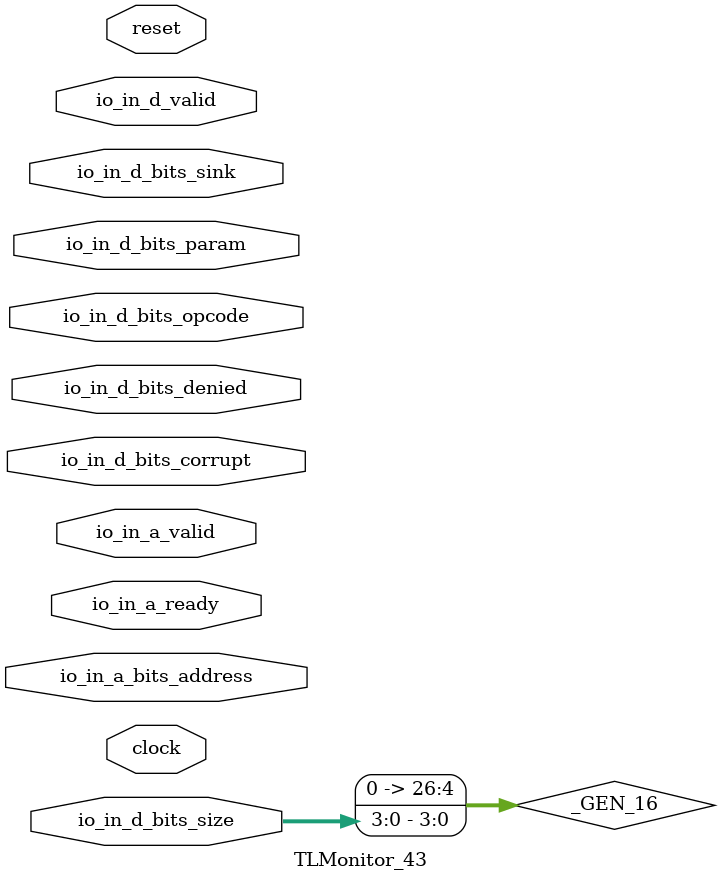
<source format=sv>

`ifndef PRINTF_COND_
  `ifdef PRINTF_COND
    `define PRINTF_COND_ (`PRINTF_COND)
  `else  // PRINTF_COND
    `define PRINTF_COND_ 1
  `endif // PRINTF_COND
`endif // not def PRINTF_COND_

// Users can define 'ASSERT_VERBOSE_COND' to add an extra gate to assert error printing.
`ifndef ASSERT_VERBOSE_COND_
  `ifdef ASSERT_VERBOSE_COND
    `define ASSERT_VERBOSE_COND_ (`ASSERT_VERBOSE_COND)
  `else  // ASSERT_VERBOSE_COND
    `define ASSERT_VERBOSE_COND_ 1
  `endif // ASSERT_VERBOSE_COND
`endif // not def ASSERT_VERBOSE_COND_

// Users can define 'STOP_COND' to add an extra gate to stop conditions.
`ifndef STOP_COND_
  `ifdef STOP_COND
    `define STOP_COND_ (`STOP_COND)
  `else  // STOP_COND
    `define STOP_COND_ 1
  `endif // STOP_COND
`endif // not def STOP_COND_

module TLMonitor_43(
  input        clock,
               reset,
               io_in_a_ready,
               io_in_a_valid,
  input [32:0] io_in_a_bits_address,
  input        io_in_d_valid,
  input [2:0]  io_in_d_bits_opcode,
  input [1:0]  io_in_d_bits_param,
  input [3:0]  io_in_d_bits_size,
  input [2:0]  io_in_d_bits_sink,
  input        io_in_d_bits_denied,
               io_in_d_bits_corrupt
);

  wire [31:0] _plusarg_reader_1_out;
  wire [31:0] _plusarg_reader_out;
  wire        _a_first_T_1 = io_in_a_ready & io_in_a_valid;
  reg  [7:0]  a_first_counter;
  reg  [32:0] address;
  reg  [7:0]  d_first_counter;
  reg  [2:0]  opcode_1;
  reg  [1:0]  param_1;
  reg  [3:0]  size_1;
  reg  [2:0]  sink;
  reg         denied;
  reg         inflight;
  reg  [3:0]  inflight_opcodes;
  reg  [7:0]  inflight_sizes;
  reg  [7:0]  a_first_counter_1;
  wire        a_first_1 = a_first_counter_1 == 8'h0;
  reg  [7:0]  d_first_counter_1;
  wire        d_first_1 = d_first_counter_1 == 8'h0;
  wire        a_set = _a_first_T_1 & a_first_1;
  wire        d_release_ack = io_in_d_bits_opcode == 3'h6;
  wire        _GEN = io_in_d_valid & d_first_1;
  wire        d_clr_wo_ready = _GEN & ~d_release_ack;
  reg  [2:0]  casez_tmp;
  always @(*) begin
    casez (inflight_opcodes[3:1])
      3'b000:
        casez_tmp = 3'h0;
      3'b001:
        casez_tmp = 3'h0;
      3'b010:
        casez_tmp = 3'h1;
      3'b011:
        casez_tmp = 3'h1;
      3'b100:
        casez_tmp = 3'h1;
      3'b101:
        casez_tmp = 3'h2;
      3'b110:
        casez_tmp = 3'h4;
      default:
        casez_tmp = 3'h4;
    endcase
  end // always @(*)
  reg  [2:0]  casez_tmp_0;
  always @(*) begin
    casez (inflight_opcodes[3:1])
      3'b000:
        casez_tmp_0 = 3'h0;
      3'b001:
        casez_tmp_0 = 3'h0;
      3'b010:
        casez_tmp_0 = 3'h1;
      3'b011:
        casez_tmp_0 = 3'h1;
      3'b100:
        casez_tmp_0 = 3'h1;
      3'b101:
        casez_tmp_0 = 3'h2;
      3'b110:
        casez_tmp_0 = 3'h5;
      default:
        casez_tmp_0 = 3'h4;
    endcase
  end // always @(*)
  reg  [31:0] watchdog;
  reg         inflight_1;
  reg  [7:0]  inflight_sizes_1;
  reg  [7:0]  d_first_counter_2;
  wire        d_first_2 = d_first_counter_2 == 8'h0;
  wire        d_clr_1 = io_in_d_valid & d_first_2 & d_release_ack;
  reg  [31:0] watchdog_1;
  `ifndef SYNTHESIS
    wire       _GEN_0 = io_in_a_valid & ~reset;
    wire       _GEN_1 = io_in_d_valid & io_in_d_bits_opcode == 3'h6 & ~reset;
    wire       _GEN_2 = io_in_d_bits_size[3:2] == 2'h0;
    wire       _GEN_3 = io_in_d_valid & io_in_d_bits_opcode == 3'h4 & ~reset;
    wire       _GEN_4 = io_in_d_bits_param == 2'h2;
    wire       _GEN_5 = io_in_d_valid & io_in_d_bits_opcode == 3'h5 & ~reset;
    wire       _GEN_6 = ~io_in_d_bits_denied | io_in_d_bits_corrupt;
    wire       _GEN_7 = io_in_d_valid & io_in_d_bits_opcode == 3'h0 & ~reset;
    wire       _GEN_8 = io_in_d_bits_opcode == 3'h1;
    wire       _GEN_9 = io_in_d_valid & _GEN_8 & ~reset;
    wire       _GEN_10 = io_in_d_valid & io_in_d_bits_opcode == 3'h2 & ~reset;
    wire       _GEN_11 = io_in_d_valid & (|d_first_counter) & ~reset;
    wire       a_set_wo_ready = io_in_a_valid & a_first_1;
    wire       _GEN_12 = d_clr_wo_ready & a_set_wo_ready & ~reset;
    wire       _GEN_13 = d_clr_wo_ready & ~a_set_wo_ready & ~reset;
    wire [7:0] _GEN_14 = {4'h0, io_in_d_bits_size};
    wire       _GEN_15 = d_clr_1 & ~reset;
    always @(posedge clock) begin
      if (_GEN_0 & ~({io_in_a_bits_address[32:14], ~(io_in_a_bits_address[13:12])} == 21'h0 | io_in_a_bits_address[32:13] == 20'h0 | {io_in_a_bits_address[32:17], ~(io_in_a_bits_address[16])} == 17'h0 | {io_in_a_bits_address[32:21], io_in_a_bits_address[20:18] ^ 3'h4, io_in_a_bits_address[15:12]} == 19'h0 | {io_in_a_bits_address[32:21], io_in_a_bits_address[20:12] ^ 9'h140} == 21'h0 | {io_in_a_bits_address[32:26], io_in_a_bits_address[25:16] ^ 10'h200} == 17'h0 | {io_in_a_bits_address[32:26], io_in_a_bits_address[25:12] ^ 14'h2010} == 21'h0 | {io_in_a_bits_address[32:28], io_in_a_bits_address[27:16] ^ 12'h800} == 17'h0 | {io_in_a_bits_address[32:28], ~(io_in_a_bits_address[27:26])} == 7'h0 | {io_in_a_bits_address[32:29], io_in_a_bits_address[28:12] ^ 17'h10020} == 21'h0 | {io_in_a_bits_address[32], ~(io_in_a_bits_address[31])} == 2'h0 | io_in_a_bits_address[32:31] == 2'h2)) begin
        if (`ASSERT_VERBOSE_COND_)
          $error("Assertion failed: 'A' channel carries Get type which slave claims it can't support (connected at generators/boom/src/main/scala/common/tile.scala:138:71)\n    at Monitor.scala:42 assert(cond, message)\n");
        if (`STOP_COND_)
          $fatal;
      end
      if (_GEN_0 & (|(io_in_a_bits_address[5:0]))) begin
        if (`ASSERT_VERBOSE_COND_)
          $error("Assertion failed: 'A' channel Get address not aligned to size (connected at generators/boom/src/main/scala/common/tile.scala:138:71)\n    at Monitor.scala:42 assert(cond, message)\n");
        if (`STOP_COND_)
          $fatal;
      end
      if (io_in_d_valid & ~reset & (&io_in_d_bits_opcode)) begin
        if (`ASSERT_VERBOSE_COND_)
          $error("Assertion failed: 'D' channel has invalid opcode (connected at generators/boom/src/main/scala/common/tile.scala:138:71)\n    at Monitor.scala:49 assert(cond, message)\n");
        if (`STOP_COND_)
          $fatal;
      end
      if (_GEN_1 & _GEN_2) begin
        if (`ASSERT_VERBOSE_COND_)
          $error("Assertion failed: 'D' channel ReleaseAck smaller than a beat (connected at generators/boom/src/main/scala/common/tile.scala:138:71)\n    at Monitor.scala:49 assert(cond, message)\n");
        if (`STOP_COND_)
          $fatal;
      end
      if (_GEN_1 & (|io_in_d_bits_param)) begin
        if (`ASSERT_VERBOSE_COND_)
          $error("Assertion failed: 'D' channel ReleaseeAck carries invalid param (connected at generators/boom/src/main/scala/common/tile.scala:138:71)\n    at Monitor.scala:49 assert(cond, message)\n");
        if (`STOP_COND_)
          $fatal;
      end
      if (_GEN_1 & io_in_d_bits_corrupt) begin
        if (`ASSERT_VERBOSE_COND_)
          $error("Assertion failed: 'D' channel ReleaseAck is corrupt (connected at generators/boom/src/main/scala/common/tile.scala:138:71)\n    at Monitor.scala:49 assert(cond, message)\n");
        if (`STOP_COND_)
          $fatal;
      end
      if (_GEN_1 & io_in_d_bits_denied) begin
        if (`ASSERT_VERBOSE_COND_)
          $error("Assertion failed: 'D' channel ReleaseAck is denied (connected at generators/boom/src/main/scala/common/tile.scala:138:71)\n    at Monitor.scala:49 assert(cond, message)\n");
        if (`STOP_COND_)
          $fatal;
      end
      if (_GEN_3 & _GEN_2) begin
        if (`ASSERT_VERBOSE_COND_)
          $error("Assertion failed: 'D' channel Grant smaller than a beat (connected at generators/boom/src/main/scala/common/tile.scala:138:71)\n    at Monitor.scala:49 assert(cond, message)\n");
        if (`STOP_COND_)
          $fatal;
      end
      if (_GEN_3 & (&io_in_d_bits_param)) begin
        if (`ASSERT_VERBOSE_COND_)
          $error("Assertion failed: 'D' channel Grant carries invalid cap param (connected at generators/boom/src/main/scala/common/tile.scala:138:71)\n    at Monitor.scala:49 assert(cond, message)\n");
        if (`STOP_COND_)
          $fatal;
      end
      if (_GEN_3 & _GEN_4) begin
        if (`ASSERT_VERBOSE_COND_)
          $error("Assertion failed: 'D' channel Grant carries toN param (connected at generators/boom/src/main/scala/common/tile.scala:138:71)\n    at Monitor.scala:49 assert(cond, message)\n");
        if (`STOP_COND_)
          $fatal;
      end
      if (_GEN_3 & io_in_d_bits_corrupt) begin
        if (`ASSERT_VERBOSE_COND_)
          $error("Assertion failed: 'D' channel Grant is corrupt (connected at generators/boom/src/main/scala/common/tile.scala:138:71)\n    at Monitor.scala:49 assert(cond, message)\n");
        if (`STOP_COND_)
          $fatal;
      end
      if (_GEN_5 & _GEN_2) begin
        if (`ASSERT_VERBOSE_COND_)
          $error("Assertion failed: 'D' channel GrantData smaller than a beat (connected at generators/boom/src/main/scala/common/tile.scala:138:71)\n    at Monitor.scala:49 assert(cond, message)\n");
        if (`STOP_COND_)
          $fatal;
      end
      if (_GEN_5 & (&io_in_d_bits_param)) begin
        if (`ASSERT_VERBOSE_COND_)
          $error("Assertion failed: 'D' channel GrantData carries invalid cap param (connected at generators/boom/src/main/scala/common/tile.scala:138:71)\n    at Monitor.scala:49 assert(cond, message)\n");
        if (`STOP_COND_)
          $fatal;
      end
      if (_GEN_5 & _GEN_4) begin
        if (`ASSERT_VERBOSE_COND_)
          $error("Assertion failed: 'D' channel GrantData carries toN param (connected at generators/boom/src/main/scala/common/tile.scala:138:71)\n    at Monitor.scala:49 assert(cond, message)\n");
        if (`STOP_COND_)
          $fatal;
      end
      if (_GEN_5 & ~_GEN_6) begin
        if (`ASSERT_VERBOSE_COND_)
          $error("Assertion failed: 'D' channel GrantData is denied but not corrupt (connected at generators/boom/src/main/scala/common/tile.scala:138:71)\n    at Monitor.scala:49 assert(cond, message)\n");
        if (`STOP_COND_)
          $fatal;
      end
      if (_GEN_7 & (|io_in_d_bits_param)) begin
        if (`ASSERT_VERBOSE_COND_)
          $error("Assertion failed: 'D' channel AccessAck carries invalid param (connected at generators/boom/src/main/scala/common/tile.scala:138:71)\n    at Monitor.scala:49 assert(cond, message)\n");
        if (`STOP_COND_)
          $fatal;
      end
      if (_GEN_7 & io_in_d_bits_corrupt) begin
        if (`ASSERT_VERBOSE_COND_)
          $error("Assertion failed: 'D' channel AccessAck is corrupt (connected at generators/boom/src/main/scala/common/tile.scala:138:71)\n    at Monitor.scala:49 assert(cond, message)\n");
        if (`STOP_COND_)
          $fatal;
      end
      if (_GEN_9 & (|io_in_d_bits_param)) begin
        if (`ASSERT_VERBOSE_COND_)
          $error("Assertion failed: 'D' channel AccessAckData carries invalid param (connected at generators/boom/src/main/scala/common/tile.scala:138:71)\n    at Monitor.scala:49 assert(cond, message)\n");
        if (`STOP_COND_)
          $fatal;
      end
      if (_GEN_9 & ~_GEN_6) begin
        if (`ASSERT_VERBOSE_COND_)
          $error("Assertion failed: 'D' channel AccessAckData is denied but not corrupt (connected at generators/boom/src/main/scala/common/tile.scala:138:71)\n    at Monitor.scala:49 assert(cond, message)\n");
        if (`STOP_COND_)
          $fatal;
      end
      if (_GEN_10 & (|io_in_d_bits_param)) begin
        if (`ASSERT_VERBOSE_COND_)
          $error("Assertion failed: 'D' channel HintAck carries invalid param (connected at generators/boom/src/main/scala/common/tile.scala:138:71)\n    at Monitor.scala:49 assert(cond, message)\n");
        if (`STOP_COND_)
          $fatal;
      end
      if (_GEN_10 & io_in_d_bits_corrupt) begin
        if (`ASSERT_VERBOSE_COND_)
          $error("Assertion failed: 'D' channel HintAck is corrupt (connected at generators/boom/src/main/scala/common/tile.scala:138:71)\n    at Monitor.scala:49 assert(cond, message)\n");
        if (`STOP_COND_)
          $fatal;
      end
      if (io_in_a_valid & (|a_first_counter) & ~reset & io_in_a_bits_address != address) begin
        if (`ASSERT_VERBOSE_COND_)
          $error("Assertion failed: 'A' channel address changed with multibeat operation (connected at generators/boom/src/main/scala/common/tile.scala:138:71)\n    at Monitor.scala:42 assert(cond, message)\n");
        if (`STOP_COND_)
          $fatal;
      end
      if (_GEN_11 & io_in_d_bits_opcode != opcode_1) begin
        if (`ASSERT_VERBOSE_COND_)
          $error("Assertion failed: 'D' channel opcode changed within multibeat operation (connected at generators/boom/src/main/scala/common/tile.scala:138:71)\n    at Monitor.scala:49 assert(cond, message)\n");
        if (`STOP_COND_)
          $fatal;
      end
      if (_GEN_11 & io_in_d_bits_param != param_1) begin
        if (`ASSERT_VERBOSE_COND_)
          $error("Assertion failed: 'D' channel param changed within multibeat operation (connected at generators/boom/src/main/scala/common/tile.scala:138:71)\n    at Monitor.scala:49 assert(cond, message)\n");
        if (`STOP_COND_)
          $fatal;
      end
      if (_GEN_11 & io_in_d_bits_size != size_1) begin
        if (`ASSERT_VERBOSE_COND_)
          $error("Assertion failed: 'D' channel size changed within multibeat operation (connected at generators/boom/src/main/scala/common/tile.scala:138:71)\n    at Monitor.scala:49 assert(cond, message)\n");
        if (`STOP_COND_)
          $fatal;
      end
      if (_GEN_11 & io_in_d_bits_sink != sink) begin
        if (`ASSERT_VERBOSE_COND_)
          $error("Assertion failed: 'D' channel sink changed with multibeat operation (connected at generators/boom/src/main/scala/common/tile.scala:138:71)\n    at Monitor.scala:49 assert(cond, message)\n");
        if (`STOP_COND_)
          $fatal;
      end
      if (_GEN_11 & io_in_d_bits_denied != denied) begin
        if (`ASSERT_VERBOSE_COND_)
          $error("Assertion failed: 'D' channel denied changed with multibeat operation (connected at generators/boom/src/main/scala/common/tile.scala:138:71)\n    at Monitor.scala:49 assert(cond, message)\n");
        if (`STOP_COND_)
          $fatal;
      end
      if (a_set & ~reset & inflight) begin
        if (`ASSERT_VERBOSE_COND_)
          $error("Assertion failed: 'A' channel re-used a source ID (connected at generators/boom/src/main/scala/common/tile.scala:138:71)\n    at Monitor.scala:42 assert(cond, message)\n");
        if (`STOP_COND_)
          $fatal;
      end
      if (d_clr_wo_ready & ~reset & ~(inflight | a_set_wo_ready)) begin
        if (`ASSERT_VERBOSE_COND_)
          $error("Assertion failed: 'D' channel acknowledged for nothing inflight (connected at generators/boom/src/main/scala/common/tile.scala:138:71)\n    at Monitor.scala:49 assert(cond, message)\n");
        if (`STOP_COND_)
          $fatal;
      end
      if (_GEN_12 & ~_GEN_8) begin
        if (`ASSERT_VERBOSE_COND_)
          $error("Assertion failed: 'D' channel contains improper opcode response (connected at generators/boom/src/main/scala/common/tile.scala:138:71)\n    at Monitor.scala:49 assert(cond, message)\n");
        if (`STOP_COND_)
          $fatal;
      end
      if (_GEN_12 & io_in_d_bits_size != 4'h6) begin
        if (`ASSERT_VERBOSE_COND_)
          $error("Assertion failed: 'D' channel contains improper response size (connected at generators/boom/src/main/scala/common/tile.scala:138:71)\n    at Monitor.scala:49 assert(cond, message)\n");
        if (`STOP_COND_)
          $fatal;
      end
      if (_GEN_13 & ~(io_in_d_bits_opcode == casez_tmp | io_in_d_bits_opcode == casez_tmp_0)) begin
        if (`ASSERT_VERBOSE_COND_)
          $error("Assertion failed: 'D' channel contains improper opcode response (connected at generators/boom/src/main/scala/common/tile.scala:138:71)\n    at Monitor.scala:49 assert(cond, message)\n");
        if (`STOP_COND_)
          $fatal;
      end
      if (_GEN_13 & _GEN_14 != {1'h0, inflight_sizes[7:1]}) begin
        if (`ASSERT_VERBOSE_COND_)
          $error("Assertion failed: 'D' channel contains improper response size (connected at generators/boom/src/main/scala/common/tile.scala:138:71)\n    at Monitor.scala:49 assert(cond, message)\n");
        if (`STOP_COND_)
          $fatal;
      end
      if (_GEN & a_first_1 & io_in_a_valid & ~d_release_ack & ~reset & ~io_in_a_ready) begin
        if (`ASSERT_VERBOSE_COND_)
          $error("Assertion failed: ready check\n    at Monitor.scala:49 assert(cond, message)\n");
        if (`STOP_COND_)
          $fatal;
      end
      if (~reset & ~(a_set_wo_ready != d_clr_wo_ready | ~a_set_wo_ready)) begin
        if (`ASSERT_VERBOSE_COND_)
          $error("Assertion failed: 'A' and 'D' concurrent, despite minlatency 4 (connected at generators/boom/src/main/scala/common/tile.scala:138:71)\n    at Monitor.scala:49 assert(cond, message)\n");
        if (`STOP_COND_)
          $fatal;
      end
      if (~reset & ~(~inflight | _plusarg_reader_out == 32'h0 | watchdog < _plusarg_reader_out)) begin
        if (`ASSERT_VERBOSE_COND_)
          $error("Assertion failed: TileLink timeout expired (connected at generators/boom/src/main/scala/common/tile.scala:138:71)\n    at Monitor.scala:42 assert(cond, message)\n");
        if (`STOP_COND_)
          $fatal;
      end
      if (_GEN_15 & ~inflight_1) begin
        if (`ASSERT_VERBOSE_COND_)
          $error("Assertion failed: 'D' channel acknowledged for nothing inflight (connected at generators/boom/src/main/scala/common/tile.scala:138:71)\n    at Monitor.scala:49 assert(cond, message)\n");
        if (`STOP_COND_)
          $fatal;
      end
      if (_GEN_15 & _GEN_14 != {1'h0, inflight_sizes_1[7:1]}) begin
        if (`ASSERT_VERBOSE_COND_)
          $error("Assertion failed: 'D' channel contains improper response size (connected at generators/boom/src/main/scala/common/tile.scala:138:71)\n    at Monitor.scala:49 assert(cond, message)\n");
        if (`STOP_COND_)
          $fatal;
      end
      if (~reset & ~(~inflight_1 | _plusarg_reader_1_out == 32'h0 | watchdog_1 < _plusarg_reader_1_out)) begin
        if (`ASSERT_VERBOSE_COND_)
          $error("Assertion failed: TileLink timeout expired (connected at generators/boom/src/main/scala/common/tile.scala:138:71)\n    at Monitor.scala:42 assert(cond, message)\n");
        if (`STOP_COND_)
          $fatal;
      end
    end // always @(posedge)
  `endif // not def SYNTHESIS
  wire [26:0] _GEN_16 = {23'h0, io_in_d_bits_size};
  wire [26:0] _d_first_beats1_decode_T_1 = 27'hFFF << _GEN_16;
  wire [26:0] _d_first_beats1_decode_T_5 = 27'hFFF << _GEN_16;
  wire [26:0] _d_first_beats1_decode_T_9 = 27'hFFF << _GEN_16;
  always @(posedge clock) begin
    if (reset) begin
      a_first_counter <= 8'h0;
      d_first_counter <= 8'h0;
      inflight <= 1'h0;
      inflight_opcodes <= 4'h0;
      inflight_sizes <= 8'h0;
      a_first_counter_1 <= 8'h0;
      d_first_counter_1 <= 8'h0;
      watchdog <= 32'h0;
      inflight_1 <= 1'h0;
      inflight_sizes_1 <= 8'h0;
      d_first_counter_2 <= 8'h0;
      watchdog_1 <= 32'h0;
    end
    else begin
      if (_a_first_T_1) begin
        if (|a_first_counter)
          a_first_counter <= a_first_counter - 8'h1;
        else
          a_first_counter <= 8'h0;
        if (a_first_1)
          a_first_counter_1 <= 8'h0;
        else
          a_first_counter_1 <= a_first_counter_1 - 8'h1;
      end
      if (io_in_d_valid) begin
        if (|d_first_counter)
          d_first_counter <= d_first_counter - 8'h1;
        else
          d_first_counter <= io_in_d_bits_opcode[0] ? ~(_d_first_beats1_decode_T_1[11:4]) : 8'h0;
        if (d_first_1)
          d_first_counter_1 <= io_in_d_bits_opcode[0] ? ~(_d_first_beats1_decode_T_5[11:4]) : 8'h0;
        else
          d_first_counter_1 <= d_first_counter_1 - 8'h1;
        if (d_first_2)
          d_first_counter_2 <= io_in_d_bits_opcode[0] ? ~(_d_first_beats1_decode_T_9[11:4]) : 8'h0;
        else
          d_first_counter_2 <= d_first_counter_2 - 8'h1;
        watchdog_1 <= 32'h0;
      end
      else
        watchdog_1 <= watchdog_1 + 32'h1;
      inflight <= (inflight | a_set) & ~d_clr_wo_ready;
      inflight_opcodes <= (inflight_opcodes | (a_set ? 4'h9 : 4'h0)) & ~{4{d_clr_wo_ready}};
      inflight_sizes <= (inflight_sizes | (a_set ? {3'h0, a_set ? 5'hD : 5'h0} : 8'h0)) & ~{8{d_clr_wo_ready}};
      if (_a_first_T_1 | io_in_d_valid)
        watchdog <= 32'h0;
      else
        watchdog <= watchdog + 32'h1;
      inflight_1 <= inflight_1 & ~d_clr_1;
      inflight_sizes_1 <= inflight_sizes_1 & ~{8{d_clr_1}};
    end
    if (_a_first_T_1 & ~(|a_first_counter))
      address <= io_in_a_bits_address;
    if (io_in_d_valid & ~(|d_first_counter)) begin
      opcode_1 <= io_in_d_bits_opcode;
      param_1 <= io_in_d_bits_param;
      size_1 <= io_in_d_bits_size;
      sink <= io_in_d_bits_sink;
      denied <= io_in_d_bits_denied;
    end
  end // always @(posedge)
  plusarg_reader #(
    .DEFAULT(0),
    .FORMAT("tilelink_timeout=%d"),
    .WIDTH(32)
  ) plusarg_reader (
    .out (_plusarg_reader_out)
  );
  plusarg_reader #(
    .DEFAULT(0),
    .FORMAT("tilelink_timeout=%d"),
    .WIDTH(32)
  ) plusarg_reader_1 (
    .out (_plusarg_reader_1_out)
  );
endmodule


</source>
